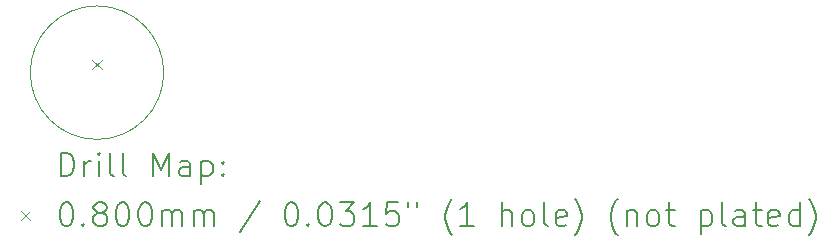
<source format=gbr>
%TF.GenerationSoftware,KiCad,Pcbnew,7.0.10*%
%TF.CreationDate,2024-02-20T19:25:16+01:00*%
%TF.ProjectId,IM72D128-PCB,494d3732-4431-4323-982d-5043422e6b69,rev?*%
%TF.SameCoordinates,Original*%
%TF.FileFunction,Drillmap*%
%TF.FilePolarity,Positive*%
%FSLAX45Y45*%
G04 Gerber Fmt 4.5, Leading zero omitted, Abs format (unit mm)*
G04 Created by KiCad (PCBNEW 7.0.10) date 2024-02-20 19:25:16*
%MOMM*%
%LPD*%
G01*
G04 APERTURE LIST*
%ADD10C,0.050000*%
%ADD11C,0.200000*%
%ADD12C,0.100000*%
G04 APERTURE END LIST*
D10*
X10565000Y-10000000D02*
G75*
G03*
X9435000Y-10000000I-565000J0D01*
G01*
X9435000Y-10000000D02*
G75*
G03*
X10565000Y-10000000I565000J0D01*
G01*
D11*
D12*
X9960000Y-9892000D02*
X10040000Y-9972000D01*
X10040000Y-9892000D02*
X9960000Y-9972000D01*
D11*
X9693277Y-10878984D02*
X9693277Y-10678984D01*
X9693277Y-10678984D02*
X9740896Y-10678984D01*
X9740896Y-10678984D02*
X9769467Y-10688508D01*
X9769467Y-10688508D02*
X9788515Y-10707555D01*
X9788515Y-10707555D02*
X9798039Y-10726603D01*
X9798039Y-10726603D02*
X9807563Y-10764698D01*
X9807563Y-10764698D02*
X9807563Y-10793270D01*
X9807563Y-10793270D02*
X9798039Y-10831365D01*
X9798039Y-10831365D02*
X9788515Y-10850412D01*
X9788515Y-10850412D02*
X9769467Y-10869460D01*
X9769467Y-10869460D02*
X9740896Y-10878984D01*
X9740896Y-10878984D02*
X9693277Y-10878984D01*
X9893277Y-10878984D02*
X9893277Y-10745650D01*
X9893277Y-10783746D02*
X9902801Y-10764698D01*
X9902801Y-10764698D02*
X9912324Y-10755174D01*
X9912324Y-10755174D02*
X9931372Y-10745650D01*
X9931372Y-10745650D02*
X9950420Y-10745650D01*
X10017086Y-10878984D02*
X10017086Y-10745650D01*
X10017086Y-10678984D02*
X10007563Y-10688508D01*
X10007563Y-10688508D02*
X10017086Y-10698031D01*
X10017086Y-10698031D02*
X10026610Y-10688508D01*
X10026610Y-10688508D02*
X10017086Y-10678984D01*
X10017086Y-10678984D02*
X10017086Y-10698031D01*
X10140896Y-10878984D02*
X10121848Y-10869460D01*
X10121848Y-10869460D02*
X10112324Y-10850412D01*
X10112324Y-10850412D02*
X10112324Y-10678984D01*
X10245658Y-10878984D02*
X10226610Y-10869460D01*
X10226610Y-10869460D02*
X10217086Y-10850412D01*
X10217086Y-10850412D02*
X10217086Y-10678984D01*
X10474229Y-10878984D02*
X10474229Y-10678984D01*
X10474229Y-10678984D02*
X10540896Y-10821841D01*
X10540896Y-10821841D02*
X10607563Y-10678984D01*
X10607563Y-10678984D02*
X10607563Y-10878984D01*
X10788515Y-10878984D02*
X10788515Y-10774222D01*
X10788515Y-10774222D02*
X10778991Y-10755174D01*
X10778991Y-10755174D02*
X10759944Y-10745650D01*
X10759944Y-10745650D02*
X10721848Y-10745650D01*
X10721848Y-10745650D02*
X10702801Y-10755174D01*
X10788515Y-10869460D02*
X10769467Y-10878984D01*
X10769467Y-10878984D02*
X10721848Y-10878984D01*
X10721848Y-10878984D02*
X10702801Y-10869460D01*
X10702801Y-10869460D02*
X10693277Y-10850412D01*
X10693277Y-10850412D02*
X10693277Y-10831365D01*
X10693277Y-10831365D02*
X10702801Y-10812317D01*
X10702801Y-10812317D02*
X10721848Y-10802793D01*
X10721848Y-10802793D02*
X10769467Y-10802793D01*
X10769467Y-10802793D02*
X10788515Y-10793270D01*
X10883753Y-10745650D02*
X10883753Y-10945650D01*
X10883753Y-10755174D02*
X10902801Y-10745650D01*
X10902801Y-10745650D02*
X10940896Y-10745650D01*
X10940896Y-10745650D02*
X10959944Y-10755174D01*
X10959944Y-10755174D02*
X10969467Y-10764698D01*
X10969467Y-10764698D02*
X10978991Y-10783746D01*
X10978991Y-10783746D02*
X10978991Y-10840889D01*
X10978991Y-10840889D02*
X10969467Y-10859936D01*
X10969467Y-10859936D02*
X10959944Y-10869460D01*
X10959944Y-10869460D02*
X10940896Y-10878984D01*
X10940896Y-10878984D02*
X10902801Y-10878984D01*
X10902801Y-10878984D02*
X10883753Y-10869460D01*
X11064705Y-10859936D02*
X11074229Y-10869460D01*
X11074229Y-10869460D02*
X11064705Y-10878984D01*
X11064705Y-10878984D02*
X11055182Y-10869460D01*
X11055182Y-10869460D02*
X11064705Y-10859936D01*
X11064705Y-10859936D02*
X11064705Y-10878984D01*
X11064705Y-10755174D02*
X11074229Y-10764698D01*
X11074229Y-10764698D02*
X11064705Y-10774222D01*
X11064705Y-10774222D02*
X11055182Y-10764698D01*
X11055182Y-10764698D02*
X11064705Y-10755174D01*
X11064705Y-10755174D02*
X11064705Y-10774222D01*
D12*
X9352500Y-11167500D02*
X9432500Y-11247500D01*
X9432500Y-11167500D02*
X9352500Y-11247500D01*
D11*
X9731372Y-11098984D02*
X9750420Y-11098984D01*
X9750420Y-11098984D02*
X9769467Y-11108508D01*
X9769467Y-11108508D02*
X9778991Y-11118031D01*
X9778991Y-11118031D02*
X9788515Y-11137079D01*
X9788515Y-11137079D02*
X9798039Y-11175174D01*
X9798039Y-11175174D02*
X9798039Y-11222793D01*
X9798039Y-11222793D02*
X9788515Y-11260888D01*
X9788515Y-11260888D02*
X9778991Y-11279936D01*
X9778991Y-11279936D02*
X9769467Y-11289460D01*
X9769467Y-11289460D02*
X9750420Y-11298984D01*
X9750420Y-11298984D02*
X9731372Y-11298984D01*
X9731372Y-11298984D02*
X9712324Y-11289460D01*
X9712324Y-11289460D02*
X9702801Y-11279936D01*
X9702801Y-11279936D02*
X9693277Y-11260888D01*
X9693277Y-11260888D02*
X9683753Y-11222793D01*
X9683753Y-11222793D02*
X9683753Y-11175174D01*
X9683753Y-11175174D02*
X9693277Y-11137079D01*
X9693277Y-11137079D02*
X9702801Y-11118031D01*
X9702801Y-11118031D02*
X9712324Y-11108508D01*
X9712324Y-11108508D02*
X9731372Y-11098984D01*
X9883753Y-11279936D02*
X9893277Y-11289460D01*
X9893277Y-11289460D02*
X9883753Y-11298984D01*
X9883753Y-11298984D02*
X9874229Y-11289460D01*
X9874229Y-11289460D02*
X9883753Y-11279936D01*
X9883753Y-11279936D02*
X9883753Y-11298984D01*
X10007563Y-11184698D02*
X9988515Y-11175174D01*
X9988515Y-11175174D02*
X9978991Y-11165650D01*
X9978991Y-11165650D02*
X9969467Y-11146603D01*
X9969467Y-11146603D02*
X9969467Y-11137079D01*
X9969467Y-11137079D02*
X9978991Y-11118031D01*
X9978991Y-11118031D02*
X9988515Y-11108508D01*
X9988515Y-11108508D02*
X10007563Y-11098984D01*
X10007563Y-11098984D02*
X10045658Y-11098984D01*
X10045658Y-11098984D02*
X10064705Y-11108508D01*
X10064705Y-11108508D02*
X10074229Y-11118031D01*
X10074229Y-11118031D02*
X10083753Y-11137079D01*
X10083753Y-11137079D02*
X10083753Y-11146603D01*
X10083753Y-11146603D02*
X10074229Y-11165650D01*
X10074229Y-11165650D02*
X10064705Y-11175174D01*
X10064705Y-11175174D02*
X10045658Y-11184698D01*
X10045658Y-11184698D02*
X10007563Y-11184698D01*
X10007563Y-11184698D02*
X9988515Y-11194222D01*
X9988515Y-11194222D02*
X9978991Y-11203746D01*
X9978991Y-11203746D02*
X9969467Y-11222793D01*
X9969467Y-11222793D02*
X9969467Y-11260888D01*
X9969467Y-11260888D02*
X9978991Y-11279936D01*
X9978991Y-11279936D02*
X9988515Y-11289460D01*
X9988515Y-11289460D02*
X10007563Y-11298984D01*
X10007563Y-11298984D02*
X10045658Y-11298984D01*
X10045658Y-11298984D02*
X10064705Y-11289460D01*
X10064705Y-11289460D02*
X10074229Y-11279936D01*
X10074229Y-11279936D02*
X10083753Y-11260888D01*
X10083753Y-11260888D02*
X10083753Y-11222793D01*
X10083753Y-11222793D02*
X10074229Y-11203746D01*
X10074229Y-11203746D02*
X10064705Y-11194222D01*
X10064705Y-11194222D02*
X10045658Y-11184698D01*
X10207563Y-11098984D02*
X10226610Y-11098984D01*
X10226610Y-11098984D02*
X10245658Y-11108508D01*
X10245658Y-11108508D02*
X10255182Y-11118031D01*
X10255182Y-11118031D02*
X10264705Y-11137079D01*
X10264705Y-11137079D02*
X10274229Y-11175174D01*
X10274229Y-11175174D02*
X10274229Y-11222793D01*
X10274229Y-11222793D02*
X10264705Y-11260888D01*
X10264705Y-11260888D02*
X10255182Y-11279936D01*
X10255182Y-11279936D02*
X10245658Y-11289460D01*
X10245658Y-11289460D02*
X10226610Y-11298984D01*
X10226610Y-11298984D02*
X10207563Y-11298984D01*
X10207563Y-11298984D02*
X10188515Y-11289460D01*
X10188515Y-11289460D02*
X10178991Y-11279936D01*
X10178991Y-11279936D02*
X10169467Y-11260888D01*
X10169467Y-11260888D02*
X10159944Y-11222793D01*
X10159944Y-11222793D02*
X10159944Y-11175174D01*
X10159944Y-11175174D02*
X10169467Y-11137079D01*
X10169467Y-11137079D02*
X10178991Y-11118031D01*
X10178991Y-11118031D02*
X10188515Y-11108508D01*
X10188515Y-11108508D02*
X10207563Y-11098984D01*
X10398039Y-11098984D02*
X10417086Y-11098984D01*
X10417086Y-11098984D02*
X10436134Y-11108508D01*
X10436134Y-11108508D02*
X10445658Y-11118031D01*
X10445658Y-11118031D02*
X10455182Y-11137079D01*
X10455182Y-11137079D02*
X10464705Y-11175174D01*
X10464705Y-11175174D02*
X10464705Y-11222793D01*
X10464705Y-11222793D02*
X10455182Y-11260888D01*
X10455182Y-11260888D02*
X10445658Y-11279936D01*
X10445658Y-11279936D02*
X10436134Y-11289460D01*
X10436134Y-11289460D02*
X10417086Y-11298984D01*
X10417086Y-11298984D02*
X10398039Y-11298984D01*
X10398039Y-11298984D02*
X10378991Y-11289460D01*
X10378991Y-11289460D02*
X10369467Y-11279936D01*
X10369467Y-11279936D02*
X10359944Y-11260888D01*
X10359944Y-11260888D02*
X10350420Y-11222793D01*
X10350420Y-11222793D02*
X10350420Y-11175174D01*
X10350420Y-11175174D02*
X10359944Y-11137079D01*
X10359944Y-11137079D02*
X10369467Y-11118031D01*
X10369467Y-11118031D02*
X10378991Y-11108508D01*
X10378991Y-11108508D02*
X10398039Y-11098984D01*
X10550420Y-11298984D02*
X10550420Y-11165650D01*
X10550420Y-11184698D02*
X10559944Y-11175174D01*
X10559944Y-11175174D02*
X10578991Y-11165650D01*
X10578991Y-11165650D02*
X10607563Y-11165650D01*
X10607563Y-11165650D02*
X10626610Y-11175174D01*
X10626610Y-11175174D02*
X10636134Y-11194222D01*
X10636134Y-11194222D02*
X10636134Y-11298984D01*
X10636134Y-11194222D02*
X10645658Y-11175174D01*
X10645658Y-11175174D02*
X10664705Y-11165650D01*
X10664705Y-11165650D02*
X10693277Y-11165650D01*
X10693277Y-11165650D02*
X10712325Y-11175174D01*
X10712325Y-11175174D02*
X10721848Y-11194222D01*
X10721848Y-11194222D02*
X10721848Y-11298984D01*
X10817086Y-11298984D02*
X10817086Y-11165650D01*
X10817086Y-11184698D02*
X10826610Y-11175174D01*
X10826610Y-11175174D02*
X10845658Y-11165650D01*
X10845658Y-11165650D02*
X10874229Y-11165650D01*
X10874229Y-11165650D02*
X10893277Y-11175174D01*
X10893277Y-11175174D02*
X10902801Y-11194222D01*
X10902801Y-11194222D02*
X10902801Y-11298984D01*
X10902801Y-11194222D02*
X10912325Y-11175174D01*
X10912325Y-11175174D02*
X10931372Y-11165650D01*
X10931372Y-11165650D02*
X10959944Y-11165650D01*
X10959944Y-11165650D02*
X10978991Y-11175174D01*
X10978991Y-11175174D02*
X10988515Y-11194222D01*
X10988515Y-11194222D02*
X10988515Y-11298984D01*
X11378991Y-11089460D02*
X11207563Y-11346603D01*
X11636134Y-11098984D02*
X11655182Y-11098984D01*
X11655182Y-11098984D02*
X11674229Y-11108508D01*
X11674229Y-11108508D02*
X11683753Y-11118031D01*
X11683753Y-11118031D02*
X11693277Y-11137079D01*
X11693277Y-11137079D02*
X11702801Y-11175174D01*
X11702801Y-11175174D02*
X11702801Y-11222793D01*
X11702801Y-11222793D02*
X11693277Y-11260888D01*
X11693277Y-11260888D02*
X11683753Y-11279936D01*
X11683753Y-11279936D02*
X11674229Y-11289460D01*
X11674229Y-11289460D02*
X11655182Y-11298984D01*
X11655182Y-11298984D02*
X11636134Y-11298984D01*
X11636134Y-11298984D02*
X11617086Y-11289460D01*
X11617086Y-11289460D02*
X11607563Y-11279936D01*
X11607563Y-11279936D02*
X11598039Y-11260888D01*
X11598039Y-11260888D02*
X11588515Y-11222793D01*
X11588515Y-11222793D02*
X11588515Y-11175174D01*
X11588515Y-11175174D02*
X11598039Y-11137079D01*
X11598039Y-11137079D02*
X11607563Y-11118031D01*
X11607563Y-11118031D02*
X11617086Y-11108508D01*
X11617086Y-11108508D02*
X11636134Y-11098984D01*
X11788515Y-11279936D02*
X11798039Y-11289460D01*
X11798039Y-11289460D02*
X11788515Y-11298984D01*
X11788515Y-11298984D02*
X11778991Y-11289460D01*
X11778991Y-11289460D02*
X11788515Y-11279936D01*
X11788515Y-11279936D02*
X11788515Y-11298984D01*
X11921848Y-11098984D02*
X11940896Y-11098984D01*
X11940896Y-11098984D02*
X11959944Y-11108508D01*
X11959944Y-11108508D02*
X11969467Y-11118031D01*
X11969467Y-11118031D02*
X11978991Y-11137079D01*
X11978991Y-11137079D02*
X11988515Y-11175174D01*
X11988515Y-11175174D02*
X11988515Y-11222793D01*
X11988515Y-11222793D02*
X11978991Y-11260888D01*
X11978991Y-11260888D02*
X11969467Y-11279936D01*
X11969467Y-11279936D02*
X11959944Y-11289460D01*
X11959944Y-11289460D02*
X11940896Y-11298984D01*
X11940896Y-11298984D02*
X11921848Y-11298984D01*
X11921848Y-11298984D02*
X11902801Y-11289460D01*
X11902801Y-11289460D02*
X11893277Y-11279936D01*
X11893277Y-11279936D02*
X11883753Y-11260888D01*
X11883753Y-11260888D02*
X11874229Y-11222793D01*
X11874229Y-11222793D02*
X11874229Y-11175174D01*
X11874229Y-11175174D02*
X11883753Y-11137079D01*
X11883753Y-11137079D02*
X11893277Y-11118031D01*
X11893277Y-11118031D02*
X11902801Y-11108508D01*
X11902801Y-11108508D02*
X11921848Y-11098984D01*
X12055182Y-11098984D02*
X12178991Y-11098984D01*
X12178991Y-11098984D02*
X12112325Y-11175174D01*
X12112325Y-11175174D02*
X12140896Y-11175174D01*
X12140896Y-11175174D02*
X12159944Y-11184698D01*
X12159944Y-11184698D02*
X12169467Y-11194222D01*
X12169467Y-11194222D02*
X12178991Y-11213269D01*
X12178991Y-11213269D02*
X12178991Y-11260888D01*
X12178991Y-11260888D02*
X12169467Y-11279936D01*
X12169467Y-11279936D02*
X12159944Y-11289460D01*
X12159944Y-11289460D02*
X12140896Y-11298984D01*
X12140896Y-11298984D02*
X12083753Y-11298984D01*
X12083753Y-11298984D02*
X12064706Y-11289460D01*
X12064706Y-11289460D02*
X12055182Y-11279936D01*
X12369467Y-11298984D02*
X12255182Y-11298984D01*
X12312325Y-11298984D02*
X12312325Y-11098984D01*
X12312325Y-11098984D02*
X12293277Y-11127555D01*
X12293277Y-11127555D02*
X12274229Y-11146603D01*
X12274229Y-11146603D02*
X12255182Y-11156127D01*
X12550420Y-11098984D02*
X12455182Y-11098984D01*
X12455182Y-11098984D02*
X12445658Y-11194222D01*
X12445658Y-11194222D02*
X12455182Y-11184698D01*
X12455182Y-11184698D02*
X12474229Y-11175174D01*
X12474229Y-11175174D02*
X12521848Y-11175174D01*
X12521848Y-11175174D02*
X12540896Y-11184698D01*
X12540896Y-11184698D02*
X12550420Y-11194222D01*
X12550420Y-11194222D02*
X12559944Y-11213269D01*
X12559944Y-11213269D02*
X12559944Y-11260888D01*
X12559944Y-11260888D02*
X12550420Y-11279936D01*
X12550420Y-11279936D02*
X12540896Y-11289460D01*
X12540896Y-11289460D02*
X12521848Y-11298984D01*
X12521848Y-11298984D02*
X12474229Y-11298984D01*
X12474229Y-11298984D02*
X12455182Y-11289460D01*
X12455182Y-11289460D02*
X12445658Y-11279936D01*
X12636134Y-11098984D02*
X12636134Y-11137079D01*
X12712325Y-11098984D02*
X12712325Y-11137079D01*
X13007563Y-11375174D02*
X12998039Y-11365650D01*
X12998039Y-11365650D02*
X12978991Y-11337079D01*
X12978991Y-11337079D02*
X12969468Y-11318031D01*
X12969468Y-11318031D02*
X12959944Y-11289460D01*
X12959944Y-11289460D02*
X12950420Y-11241841D01*
X12950420Y-11241841D02*
X12950420Y-11203746D01*
X12950420Y-11203746D02*
X12959944Y-11156127D01*
X12959944Y-11156127D02*
X12969468Y-11127555D01*
X12969468Y-11127555D02*
X12978991Y-11108508D01*
X12978991Y-11108508D02*
X12998039Y-11079936D01*
X12998039Y-11079936D02*
X13007563Y-11070412D01*
X13188515Y-11298984D02*
X13074229Y-11298984D01*
X13131372Y-11298984D02*
X13131372Y-11098984D01*
X13131372Y-11098984D02*
X13112325Y-11127555D01*
X13112325Y-11127555D02*
X13093277Y-11146603D01*
X13093277Y-11146603D02*
X13074229Y-11156127D01*
X13426610Y-11298984D02*
X13426610Y-11098984D01*
X13512325Y-11298984D02*
X13512325Y-11194222D01*
X13512325Y-11194222D02*
X13502801Y-11175174D01*
X13502801Y-11175174D02*
X13483753Y-11165650D01*
X13483753Y-11165650D02*
X13455182Y-11165650D01*
X13455182Y-11165650D02*
X13436134Y-11175174D01*
X13436134Y-11175174D02*
X13426610Y-11184698D01*
X13636134Y-11298984D02*
X13617087Y-11289460D01*
X13617087Y-11289460D02*
X13607563Y-11279936D01*
X13607563Y-11279936D02*
X13598039Y-11260888D01*
X13598039Y-11260888D02*
X13598039Y-11203746D01*
X13598039Y-11203746D02*
X13607563Y-11184698D01*
X13607563Y-11184698D02*
X13617087Y-11175174D01*
X13617087Y-11175174D02*
X13636134Y-11165650D01*
X13636134Y-11165650D02*
X13664706Y-11165650D01*
X13664706Y-11165650D02*
X13683753Y-11175174D01*
X13683753Y-11175174D02*
X13693277Y-11184698D01*
X13693277Y-11184698D02*
X13702801Y-11203746D01*
X13702801Y-11203746D02*
X13702801Y-11260888D01*
X13702801Y-11260888D02*
X13693277Y-11279936D01*
X13693277Y-11279936D02*
X13683753Y-11289460D01*
X13683753Y-11289460D02*
X13664706Y-11298984D01*
X13664706Y-11298984D02*
X13636134Y-11298984D01*
X13817087Y-11298984D02*
X13798039Y-11289460D01*
X13798039Y-11289460D02*
X13788515Y-11270412D01*
X13788515Y-11270412D02*
X13788515Y-11098984D01*
X13969468Y-11289460D02*
X13950420Y-11298984D01*
X13950420Y-11298984D02*
X13912325Y-11298984D01*
X13912325Y-11298984D02*
X13893277Y-11289460D01*
X13893277Y-11289460D02*
X13883753Y-11270412D01*
X13883753Y-11270412D02*
X13883753Y-11194222D01*
X13883753Y-11194222D02*
X13893277Y-11175174D01*
X13893277Y-11175174D02*
X13912325Y-11165650D01*
X13912325Y-11165650D02*
X13950420Y-11165650D01*
X13950420Y-11165650D02*
X13969468Y-11175174D01*
X13969468Y-11175174D02*
X13978991Y-11194222D01*
X13978991Y-11194222D02*
X13978991Y-11213269D01*
X13978991Y-11213269D02*
X13883753Y-11232317D01*
X14045658Y-11375174D02*
X14055182Y-11365650D01*
X14055182Y-11365650D02*
X14074230Y-11337079D01*
X14074230Y-11337079D02*
X14083753Y-11318031D01*
X14083753Y-11318031D02*
X14093277Y-11289460D01*
X14093277Y-11289460D02*
X14102801Y-11241841D01*
X14102801Y-11241841D02*
X14102801Y-11203746D01*
X14102801Y-11203746D02*
X14093277Y-11156127D01*
X14093277Y-11156127D02*
X14083753Y-11127555D01*
X14083753Y-11127555D02*
X14074230Y-11108508D01*
X14074230Y-11108508D02*
X14055182Y-11079936D01*
X14055182Y-11079936D02*
X14045658Y-11070412D01*
X14407563Y-11375174D02*
X14398039Y-11365650D01*
X14398039Y-11365650D02*
X14378991Y-11337079D01*
X14378991Y-11337079D02*
X14369468Y-11318031D01*
X14369468Y-11318031D02*
X14359944Y-11289460D01*
X14359944Y-11289460D02*
X14350420Y-11241841D01*
X14350420Y-11241841D02*
X14350420Y-11203746D01*
X14350420Y-11203746D02*
X14359944Y-11156127D01*
X14359944Y-11156127D02*
X14369468Y-11127555D01*
X14369468Y-11127555D02*
X14378991Y-11108508D01*
X14378991Y-11108508D02*
X14398039Y-11079936D01*
X14398039Y-11079936D02*
X14407563Y-11070412D01*
X14483753Y-11165650D02*
X14483753Y-11298984D01*
X14483753Y-11184698D02*
X14493277Y-11175174D01*
X14493277Y-11175174D02*
X14512325Y-11165650D01*
X14512325Y-11165650D02*
X14540896Y-11165650D01*
X14540896Y-11165650D02*
X14559944Y-11175174D01*
X14559944Y-11175174D02*
X14569468Y-11194222D01*
X14569468Y-11194222D02*
X14569468Y-11298984D01*
X14693277Y-11298984D02*
X14674230Y-11289460D01*
X14674230Y-11289460D02*
X14664706Y-11279936D01*
X14664706Y-11279936D02*
X14655182Y-11260888D01*
X14655182Y-11260888D02*
X14655182Y-11203746D01*
X14655182Y-11203746D02*
X14664706Y-11184698D01*
X14664706Y-11184698D02*
X14674230Y-11175174D01*
X14674230Y-11175174D02*
X14693277Y-11165650D01*
X14693277Y-11165650D02*
X14721849Y-11165650D01*
X14721849Y-11165650D02*
X14740896Y-11175174D01*
X14740896Y-11175174D02*
X14750420Y-11184698D01*
X14750420Y-11184698D02*
X14759944Y-11203746D01*
X14759944Y-11203746D02*
X14759944Y-11260888D01*
X14759944Y-11260888D02*
X14750420Y-11279936D01*
X14750420Y-11279936D02*
X14740896Y-11289460D01*
X14740896Y-11289460D02*
X14721849Y-11298984D01*
X14721849Y-11298984D02*
X14693277Y-11298984D01*
X14817087Y-11165650D02*
X14893277Y-11165650D01*
X14845658Y-11098984D02*
X14845658Y-11270412D01*
X14845658Y-11270412D02*
X14855182Y-11289460D01*
X14855182Y-11289460D02*
X14874230Y-11298984D01*
X14874230Y-11298984D02*
X14893277Y-11298984D01*
X15112325Y-11165650D02*
X15112325Y-11365650D01*
X15112325Y-11175174D02*
X15131372Y-11165650D01*
X15131372Y-11165650D02*
X15169468Y-11165650D01*
X15169468Y-11165650D02*
X15188515Y-11175174D01*
X15188515Y-11175174D02*
X15198039Y-11184698D01*
X15198039Y-11184698D02*
X15207563Y-11203746D01*
X15207563Y-11203746D02*
X15207563Y-11260888D01*
X15207563Y-11260888D02*
X15198039Y-11279936D01*
X15198039Y-11279936D02*
X15188515Y-11289460D01*
X15188515Y-11289460D02*
X15169468Y-11298984D01*
X15169468Y-11298984D02*
X15131372Y-11298984D01*
X15131372Y-11298984D02*
X15112325Y-11289460D01*
X15321849Y-11298984D02*
X15302801Y-11289460D01*
X15302801Y-11289460D02*
X15293277Y-11270412D01*
X15293277Y-11270412D02*
X15293277Y-11098984D01*
X15483753Y-11298984D02*
X15483753Y-11194222D01*
X15483753Y-11194222D02*
X15474230Y-11175174D01*
X15474230Y-11175174D02*
X15455182Y-11165650D01*
X15455182Y-11165650D02*
X15417087Y-11165650D01*
X15417087Y-11165650D02*
X15398039Y-11175174D01*
X15483753Y-11289460D02*
X15464706Y-11298984D01*
X15464706Y-11298984D02*
X15417087Y-11298984D01*
X15417087Y-11298984D02*
X15398039Y-11289460D01*
X15398039Y-11289460D02*
X15388515Y-11270412D01*
X15388515Y-11270412D02*
X15388515Y-11251365D01*
X15388515Y-11251365D02*
X15398039Y-11232317D01*
X15398039Y-11232317D02*
X15417087Y-11222793D01*
X15417087Y-11222793D02*
X15464706Y-11222793D01*
X15464706Y-11222793D02*
X15483753Y-11213269D01*
X15550420Y-11165650D02*
X15626611Y-11165650D01*
X15578992Y-11098984D02*
X15578992Y-11270412D01*
X15578992Y-11270412D02*
X15588515Y-11289460D01*
X15588515Y-11289460D02*
X15607563Y-11298984D01*
X15607563Y-11298984D02*
X15626611Y-11298984D01*
X15769468Y-11289460D02*
X15750420Y-11298984D01*
X15750420Y-11298984D02*
X15712325Y-11298984D01*
X15712325Y-11298984D02*
X15693277Y-11289460D01*
X15693277Y-11289460D02*
X15683753Y-11270412D01*
X15683753Y-11270412D02*
X15683753Y-11194222D01*
X15683753Y-11194222D02*
X15693277Y-11175174D01*
X15693277Y-11175174D02*
X15712325Y-11165650D01*
X15712325Y-11165650D02*
X15750420Y-11165650D01*
X15750420Y-11165650D02*
X15769468Y-11175174D01*
X15769468Y-11175174D02*
X15778992Y-11194222D01*
X15778992Y-11194222D02*
X15778992Y-11213269D01*
X15778992Y-11213269D02*
X15683753Y-11232317D01*
X15950420Y-11298984D02*
X15950420Y-11098984D01*
X15950420Y-11289460D02*
X15931373Y-11298984D01*
X15931373Y-11298984D02*
X15893277Y-11298984D01*
X15893277Y-11298984D02*
X15874230Y-11289460D01*
X15874230Y-11289460D02*
X15864706Y-11279936D01*
X15864706Y-11279936D02*
X15855182Y-11260888D01*
X15855182Y-11260888D02*
X15855182Y-11203746D01*
X15855182Y-11203746D02*
X15864706Y-11184698D01*
X15864706Y-11184698D02*
X15874230Y-11175174D01*
X15874230Y-11175174D02*
X15893277Y-11165650D01*
X15893277Y-11165650D02*
X15931373Y-11165650D01*
X15931373Y-11165650D02*
X15950420Y-11175174D01*
X16026611Y-11375174D02*
X16036134Y-11365650D01*
X16036134Y-11365650D02*
X16055182Y-11337079D01*
X16055182Y-11337079D02*
X16064706Y-11318031D01*
X16064706Y-11318031D02*
X16074230Y-11289460D01*
X16074230Y-11289460D02*
X16083753Y-11241841D01*
X16083753Y-11241841D02*
X16083753Y-11203746D01*
X16083753Y-11203746D02*
X16074230Y-11156127D01*
X16074230Y-11156127D02*
X16064706Y-11127555D01*
X16064706Y-11127555D02*
X16055182Y-11108508D01*
X16055182Y-11108508D02*
X16036134Y-11079936D01*
X16036134Y-11079936D02*
X16026611Y-11070412D01*
M02*

</source>
